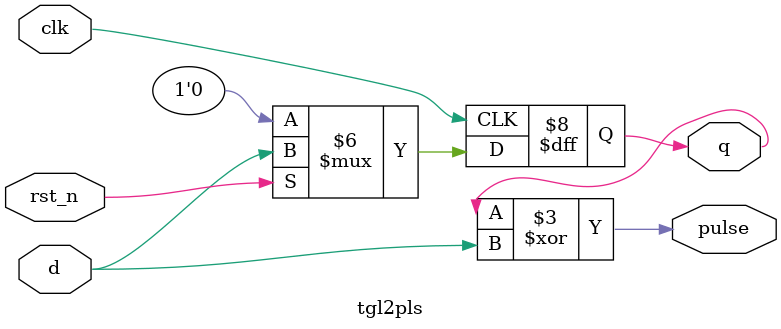
<source format=v>
module tgl2pls (
	pulse,
	q,
	d,
	clk,
	rst_n
);
	output wire pulse;
	output reg q;
	input wire d;
	input wire clk;
	input wire rst_n;
	initial q = 1'b0;
	always @(posedge clk)
		if (!rst_n)
			q <= 1'sb0;
		else
			q <= d;
	assign pulse = q ^ d;
endmodule

</source>
